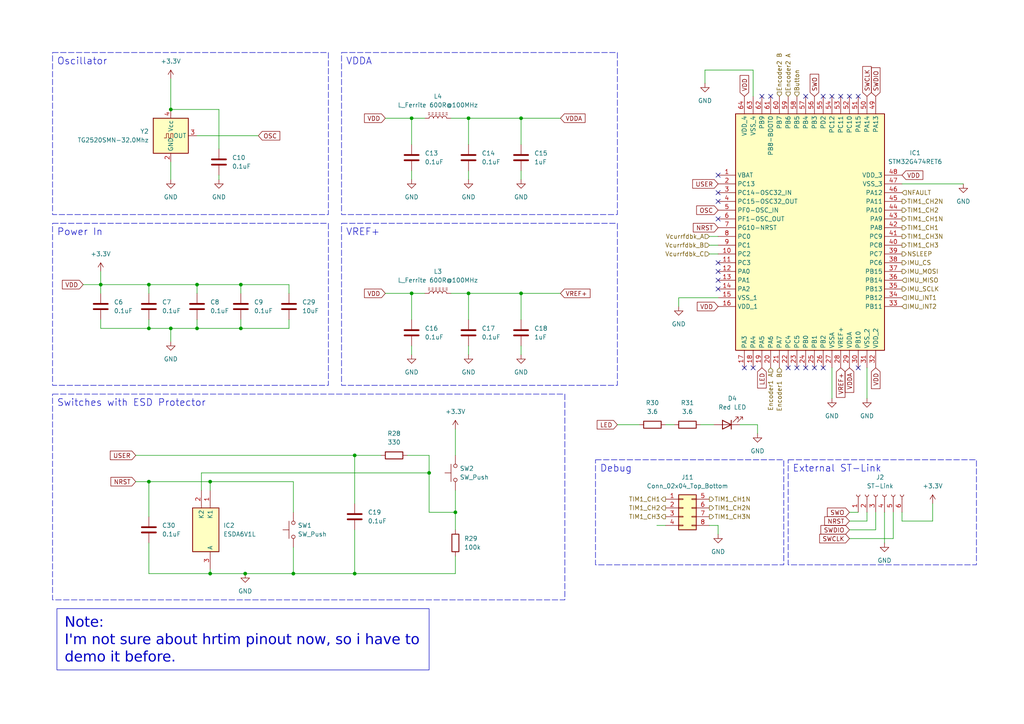
<source format=kicad_sch>
(kicad_sch (version 20250114) (generator "eeschema") (generator_version "9.0")
  (paper "A4")
  (lib_symbols
    (symbol "Connector:Conn_01x06_Socket" (pin_names (offset 1.016) (hide yes))
      (property "Reference" "J" (at 0 7.62 0))
      (property "Value" "Conn_01x06_Socket" (at 0 -10.16 0))
      (symbol "Conn_01x06_Socket_1_1"
        (polyline (pts (xy -1.27 5.08) (xy -0.508 5.08)) (stroke (width 0.1524)))
        (polyline (pts (xy -1.27 2.54) (xy -0.508 2.54)) (stroke (width 0.1524)))
        (polyline (pts (xy -1.27 0) (xy -0.508 0)) (stroke (width 0.1524)))
        (polyline (pts (xy -1.27 -2.54) (xy -0.508 -2.54)) (stroke (width 0.1524)))
        (polyline (pts (xy -1.27 -5.08) (xy -0.508 -5.08)) (stroke (width 0.1524)))
        (polyline (pts (xy -1.27 -7.62) (xy -0.508 -7.62)) (stroke (width 0.1524)))
        (arc (start 0 4.572) (mid -0.5058 5.08) (end 0 5.588) (stroke (width 0.1524)))
        (arc (start 0 2.032) (mid -0.5058 2.54) (end 0 3.048) (stroke (width 0.1524)))
        (arc (start 0 -0.508) (mid -0.5058 0) (end 0 0.508) (stroke (width 0.1524)))
        (arc (start 0 -3.048) (mid -0.5058 -2.54) (end 0 -2.032) (stroke (width 0.1524)))
        (arc (start 0 -5.588) (mid -0.5058 -5.08) (end 0 -4.572) (stroke (width 0.1524)))
        (arc (start 0 -8.128) (mid -0.5058 -7.62) (end 0 -7.112) (stroke (width 0.1524)))
        (pin passive line (at -5.08 5.08 0) (length 3.81) (name "Pin_1") (number "1"))
        (pin passive line (at -5.08 2.54 0) (length 3.81) (name "Pin_2") (number "2"))
        (pin passive line (at -5.08 0 0) (length 3.81) (name "Pin_3") (number "3"))
        (pin passive line (at -5.08 -2.54 0) (length 3.81) (name "Pin_4") (number "4"))
        (pin passive line (at -5.08 -5.08 0) (length 3.81) (name "Pin_5") (number "5"))
        (pin passive line (at -5.08 -7.62 0) (length 3.81) (name "Pin_6") (number "6"))
      )
    )
    (symbol "Connector_Generic:Conn_02x04_Top_Bottom" (pin_names (offset 1.016) (hide yes))
      (property "Reference" "J" (at 1.27 5.08 0))
      (property "Value" "Conn_02x04_Top_Bottom" (at 1.27 -7.62 0))
      (symbol "Conn_02x04_Top_Bottom_1_1"
        (rectangle (start -1.27 3.81) (end 3.81 -6.35) (stroke (width 0.254)) (fill (type background)))
        (rectangle (start -1.27 2.667) (end 0 2.413) (stroke (width 0.1524)))
        (rectangle (start -1.27 0.127) (end 0 -0.127) (stroke (width 0.1524)))
        (rectangle (start -1.27 -2.413) (end 0 -2.667) (stroke (width 0.1524)))
        (rectangle (start -1.27 -4.953) (end 0 -5.207) (stroke (width 0.1524)))
        (rectangle (start 3.81 2.667) (end 2.54 2.413) (stroke (width 0.1524)))
        (rectangle (start 3.81 0.127) (end 2.54 -0.127) (stroke (width 0.1524)))
        (rectangle (start 3.81 -2.413) (end 2.54 -2.667) (stroke (width 0.1524)))
        (rectangle (start 3.81 -4.953) (end 2.54 -5.207) (stroke (width 0.1524)))
        (pin passive line (at -5.08 2.54 0) (length 3.81) (name "Pin_1") (number "1"))
        (pin passive line (at -5.08 0 0) (length 3.81) (name "Pin_2") (number "2"))
        (pin passive line (at -5.08 -2.54 0) (length 3.81) (name "Pin_3") (number "3"))
        (pin passive line (at -5.08 -5.08 0) (length 3.81) (name "Pin_4") (number "4"))
        (pin passive line (at 7.62 2.54 180) (length 3.81) (name "Pin_5") (number "5"))
        (pin passive line (at 7.62 0 180) (length 3.81) (name "Pin_6") (number "6"))
        (pin passive line (at 7.62 -2.54 180) (length 3.81) (name "Pin_7") (number "7"))
        (pin passive line (at 7.62 -5.08 180) (length 3.81) (name "Pin_8") (number "8"))
      )
    )
    (symbol "Device:C" (pin_numbers (hide yes)) (pin_names (offset 0.254))
      (property "Reference" "C" (at 0.635 2.54 0))
      (property "Value" "C" (at 0.635 -2.54 0))
      (symbol "C_0_1"
        (polyline (pts (xy -2.032 0.762) (xy 2.032 0.762)) (stroke (width 0.508)))
        (polyline (pts (xy -2.032 -0.762) (xy 2.032 -0.762)) (stroke (width 0.508)))
      )
      (symbol "C_1_1"
        (pin passive line (at 0 3.81 270) (length 2.794) (name "~") (number "1"))
        (pin passive line (at 0 -3.81 90) (length 2.794) (name "~") (number "2"))
      )
    )
    (symbol "Device:LED" (pin_numbers (hide yes)) (pin_names (offset 1.016) (hide yes))
      (property "Reference" "D" (at 0 2.54 0))
      (property "Value" "LED" (at 0 -2.54 0))
      (symbol "LED_0_1"
        (polyline (pts (xy -3.048 -0.762) (xy -4.572 -2.286) (xy -3.81 -2.286) (xy -4.572 -2.286) (xy -4.572 -1.524)))
        (polyline (pts (xy -1.778 -0.762) (xy -3.302 -2.286) (xy -2.54 -2.286) (xy -3.302 -2.286) (xy -3.302 -1.524)))
        (polyline (pts (xy -1.27 0) (xy 1.27 0)))
        (polyline (pts (xy -1.27 -1.27) (xy -1.27 1.27)) (stroke (width 0.254)))
        (polyline (pts (xy 1.27 -1.27) (xy 1.27 1.27) (xy -1.27 0) (xy 1.27 -1.27)) (stroke (width 0.254)))
      )
      (symbol "LED_1_1"
        (pin passive line (at -3.81 0 0) (length 2.54) (name "K") (number "1"))
        (pin passive line (at 3.81 0 180) (length 2.54) (name "A") (number "2"))
      )
    )
    (symbol "Device:L_Ferrite" (pin_numbers (hide yes)) (pin_names (offset 1.016) (hide yes))
      (property "Reference" "L" (at -1.27 0 90))
      (property "Value" "L_Ferrite" (at 2.794 0 90))
      (symbol "L_Ferrite_0_1"
        (arc (start 0 2.54) (mid 0.6323 1.905) (end 0 1.27))
        (arc (start 0 1.27) (mid 0.6323 0.635) (end 0 0))
        (arc (start 0 0) (mid 0.6323 -0.635) (end 0 -1.27))
        (arc (start 0 -1.27) (mid 0.6323 -1.905) (end 0 -2.54))
        (polyline (pts (xy 1.016 2.286) (xy 1.016 2.794)))
        (polyline (pts (xy 1.016 1.27) (xy 1.016 1.778)))
        (polyline (pts (xy 1.016 0.254) (xy 1.016 0.762)))
        (polyline (pts (xy 1.016 -0.762) (xy 1.016 -0.254)))
        (polyline (pts (xy 1.016 -1.778) (xy 1.016 -1.27)))
        (polyline (pts (xy 1.016 -2.794) (xy 1.016 -2.286)))
        (polyline (pts (xy 1.524 2.794) (xy 1.524 2.286)))
        (polyline (pts (xy 1.524 1.778) (xy 1.524 1.27)))
        (polyline (pts (xy 1.524 0.762) (xy 1.524 0.254)))
        (polyline (pts (xy 1.524 -0.254) (xy 1.524 -0.762)))
        (polyline (pts (xy 1.524 -1.27) (xy 1.524 -1.778)))
        (polyline (pts (xy 1.524 -2.286) (xy 1.524 -2.794)))
      )
      (symbol "L_Ferrite_1_1"
        (pin passive line (at 0 3.81 270) (length 1.27) (name "1") (number "1"))
        (pin passive line (at 0 -3.81 90) (length 1.27) (name "2") (number "2"))
      )
    )
    (symbol "Device:R" (pin_numbers (hide yes)) (pin_names (offset 0))
      (property "Reference" "R" (at 2.032 0 90))
      (property "Value" "R" (at 0 0 90))
      (symbol "R_0_1"
        (rectangle (start -1.016 -2.54) (end 1.016 2.54) (stroke (width 0.254)))
      )
      (symbol "R_1_1"
        (pin passive line (at 0 3.81 270) (length 1.27) (name "~") (number "1"))
        (pin passive line (at 0 -3.81 90) (length 1.27) (name "~") (number "2"))
      )
    )
    (symbol "Oscillator:TG2520SMN-xx.xxxxxxMhz-xxxxNM"
      (property "Reference" "Y" (at -5.08 6.35 0))
      (property "Value" "TG2520SMN-xx.xxxxxxMhz-xxxxNM" (at 1.27 -6.35 0))
      (symbol "TG2520SMN-xx.xxxxxxMhz-xxxxNM_0_1"
        (rectangle (start -5.08 5.08) (end 5.08 -5.08) (stroke (width 0.254)) (fill (type background)))
        (polyline (pts (xy -1.905 -0.635) (xy -1.27 -0.635) (xy -1.27 0.635) (xy -0.635 0.635) (xy -0.635 -0.635) (xy 0 -0.635) (xy 0 0.635) (xy 0.635 0.635) (xy 0.635 -0.635)))
      )
      (symbol "TG2520SMN-xx.xxxxxxMhz-xxxxNM_1_1"
        (pin no_connect line (at -5.08 0 0) (length 2.54) (hide yes) (name "NC") (number "1"))
        (pin power_in line (at 0 7.62 270) (length 2.54) (name "Vcc") (number "4"))
        (pin power_in line (at 0 -7.62 90) (length 2.54) (name "GND") (number "2"))
        (pin output line (at 7.62 0 180) (length 2.54) (name "OUT") (number "3"))
      )
    )
    (symbol "SamacSys_Parts:ESDA6V1L"
      (property "Reference" "IC" (at 19.05 7.62 0))
      (property "Value" "ESDA6V1L" (at 19.05 5.08 0))
      (symbol "ESDA6V1L_1_1"
        (rectangle (start 5.08 2.54) (end 17.78 -5.08) (stroke (width 0.254)) (fill (type background)))
        (pin passive line (at 0 0 0) (length 5.08) (name "K1") (number "1"))
        (pin passive line (at 0 -2.54 0) (length 5.08) (name "K2") (number "2"))
        (pin passive line (at 22.86 0 180) (length 5.08) (name "A") (number "3"))
      )
    )
    (symbol "SamacSys_Parts:STM32G474RET6"
      (property "Reference" "IC" (at 49.53 22.86 0))
      (property "Value" "STM32G474RET6" (at 49.53 20.32 0))
      (symbol "STM32G474RET6_1_1"
        (rectangle (start 5.08 17.78) (end 48.26 -50.8) (stroke (width 0.254)) (fill (type background)))
        (pin passive line (at 0 0 0) (length 5.08) (name "VBAT") (number "1"))
        (pin passive line (at 0 -2.54 0) (length 5.08) (name "PC13") (number "2"))
        (pin passive line (at 0 -5.08 0) (length 5.08) (name "PC14-OSC32_IN") (number "3"))
        (pin passive line (at 0 -7.62 0) (length 5.08) (name "PC15-OSC32_OUT") (number "4"))
        (pin passive line (at 0 -10.16 0) (length 5.08) (name "PF0-OSC_IN") (number "5"))
        (pin passive line (at 0 -12.7 0) (length 5.08) (name "PF1-OSC_OUT") (number "6"))
        (pin passive line (at 0 -15.24 0) (length 5.08) (name "PG10-NRST") (number "7"))
        (pin passive line (at 0 -17.78 0) (length 5.08) (name "PC0") (number "8"))
        (pin passive line (at 0 -20.32 0) (length 5.08) (name "PC1") (number "9"))
        (pin passive line (at 0 -22.86 0) (length 5.08) (name "PC2") (number "10"))
        (pin passive line (at 0 -25.4 0) (length 5.08) (name "PC3") (number "11"))
        (pin passive line (at 0 -27.94 0) (length 5.08) (name "PA0") (number "12"))
        (pin passive line (at 0 -30.48 0) (length 5.08) (name "PA1") (number "13"))
        (pin passive line (at 0 -33.02 0) (length 5.08) (name "PA2") (number "14"))
        (pin passive line (at 0 -35.56 0) (length 5.08) (name "VSS_1") (number "15"))
        (pin passive line (at 0 -38.1 0) (length 5.08) (name "VDD_1") (number "16"))
        (pin passive line (at 7.62 22.86 270) (length 5.08) (name "VDD_4") (number "64"))
        (pin passive line (at 7.62 -55.88 90) (length 5.08) (name "PA3") (number "17"))
        (pin passive line (at 10.16 22.86 270) (length 5.08) (name "VSS_4") (number "63"))
        (pin passive line (at 10.16 -55.88 90) (length 5.08) (name "PA4") (number "18"))
        (pin passive line (at 12.7 22.86 270) (length 5.08) (name "PB9") (number "62"))
        (pin passive line (at 12.7 -55.88 90) (length 5.08) (name "PA5") (number "19"))
        (pin passive line (at 15.24 22.86 270) (length 5.08) (name "PB8-BOOT0") (number "61"))
        (pin passive line (at 15.24 -55.88 90) (length 5.08) (name "PA6") (number "20"))
        (pin passive line (at 17.78 22.86 270) (length 5.08) (name "PB7") (number "60"))
        (pin passive line (at 17.78 -55.88 90) (length 5.08) (name "PA7") (number "21"))
        (pin passive line (at 20.32 22.86 270) (length 5.08) (name "PB6") (number "59"))
        (pin passive line (at 20.32 -55.88 90) (length 5.08) (name "PC4") (number "22"))
        (pin passive line (at 22.86 22.86 270) (length 5.08) (name "PB5") (number "58"))
        (pin passive line (at 22.86 -55.88 90) (length 5.08) (name "PC5") (number "23"))
        (pin passive line (at 25.4 22.86 270) (length 5.08) (name "PB4") (number "57"))
        (pin passive line (at 25.4 -55.88 90) (length 5.08) (name "PB0") (number "24"))
        (pin passive line (at 27.94 22.86 270) (length 5.08) (name "PB3") (number "56"))
        (pin passive line (at 27.94 -55.88 90) (length 5.08) (name "PB1") (number "25"))
        (pin passive line (at 30.48 22.86 270) (length 5.08) (name "PD2") (number "55"))
        (pin passive line (at 30.48 -55.88 90) (length 5.08) (name "PB2") (number "26"))
        (pin passive line (at 33.02 22.86 270) (length 5.08) (name "PC12") (number "54"))
        (pin passive line (at 33.02 -55.88 90) (length 5.08) (name "VSSA") (number "27"))
        (pin passive line (at 35.56 22.86 270) (length 5.08) (name "PC11") (number "53"))
        (pin passive line (at 35.56 -55.88 90) (length 5.08) (name "VREF+") (number "28"))
        (pin passive line (at 38.1 22.86 270) (length 5.08) (name "PC10") (number "52"))
        (pin passive line (at 38.1 -55.88 90) (length 5.08) (name "VDDA") (number "29"))
        (pin passive line (at 40.64 22.86 270) (length 5.08) (name "PA15") (number "51"))
        (pin passive line (at 40.64 -55.88 90) (length 5.08) (name "PB10") (number "30"))
        (pin passive line (at 43.18 22.86 270) (length 5.08) (name "PA14") (number "50"))
        (pin passive line (at 43.18 -55.88 90) (length 5.08) (name "VSS_2") (number "31"))
        (pin passive line (at 45.72 22.86 270) (length 5.08) (name "PA13") (number "49"))
        (pin passive line (at 45.72 -55.88 90) (length 5.08) (name "VDD_2") (number "32"))
        (pin passive line (at 53.34 0 180) (length 5.08) (name "VDD_3") (number "48"))
        (pin passive line (at 53.34 -2.54 180) (length 5.08) (name "VSS_3") (number "47"))
        (pin passive line (at 53.34 -5.08 180) (length 5.08) (name "PA12") (number "46"))
        (pin passive line (at 53.34 -7.62 180) (length 5.08) (name "PA11") (number "45"))
        (pin passive line (at 53.34 -10.16 180) (length 5.08) (name "PA10") (number "44"))
        (pin passive line (at 53.34 -12.7 180) (length 5.08) (name "PA9") (number "43"))
        (pin passive line (at 53.34 -15.24 180) (length 5.08) (name "PA8") (number "42"))
        (pin passive line (at 53.34 -17.78 180) (length 5.08) (name "PC9") (number "41"))
        (pin passive line (at 53.34 -20.32 180) (length 5.08) (name "PC8") (number "40"))
        (pin passive line (at 53.34 -22.86 180) (length 5.08) (name "PC7") (number "39"))
        (pin passive line (at 53.34 -25.4 180) (length 5.08) (name "PC6") (number "38"))
        (pin passive line (at 53.34 -27.94 180) (length 5.08) (name "PB15") (number "37"))
        (pin passive line (at 53.34 -30.48 180) (length 5.08) (name "PB14") (number "36"))
        (pin passive line (at 53.34 -33.02 180) (length 5.08) (name "PB13") (number "35"))
        (pin passive line (at 53.34 -35.56 180) (length 5.08) (name "PB12") (number "34"))
        (pin passive line (at 53.34 -38.1 180) (length 5.08) (name "PB11") (number "33"))
      )
    )
    (symbol "Switch:SW_Push" (pin_numbers (hide yes)) (pin_names (offset 1.016) (hide yes))
      (property "Reference" "SW" (at 1.27 2.54 0))
      (property "Value" "SW_Push" (at 0 -1.524 0))
      (symbol "SW_Push_0_1"
        (circle (center -2.032 0) (radius 0.508))
        (polyline (pts (xy 0 1.27) (xy 0 3.048)))
        (circle (center 2.032 0) (radius 0.508))
        (polyline (pts (xy 2.54 1.27) (xy -2.54 1.27)))
        (pin passive line (at -5.08 0 0) (length 2.54) (name "1") (number "1"))
        (pin passive line (at 5.08 0 180) (length 2.54) (name "2") (number "2"))
      )
    )
    (symbol "power:+3.3V" (power) (pin_names (offset 0))
      (property "Value" "+3.3V" (at 0 3.556 0))
      (symbol "+3.3V_0_1"
        (polyline (pts (xy -0.762 1.27) (xy 0 2.54)))
        (polyline (pts (xy 0 2.54) (xy 0.762 1.27)))
        (polyline (pts (xy 0 0) (xy 0 2.54)))
      )
      (symbol "+3.3V_1_1"
        (pin power_in line (at 0 0 90) (length 0) (hide yes) (name "+3.3V") (number "1"))
      )
    )
    (symbol "power:GND" (power) (pin_names (offset 0))
      (property "Value" "GND" (at 0 -3.81 0))
      (symbol "GND_0_1"
        (polyline (pts (xy 0 0) (xy 0 -1.27) (xy 1.27 -1.27) (xy 0 -2.54) (xy -1.27 -1.27) (xy 0 -1.27)))
      )
      (symbol "GND_1_1"
        (pin power_in line (at 0 0 270) (length 0) (hide yes) (name "GND") (number "1"))
      )
    )
  )
  (rectangle (start 172.72 133.35) (end 227.33 163.83) (stroke (width 0) (type dash)))
  (rectangle (start 228.6 133.35) (end 283.21 163.83) (stroke (width 0) (type dash)))
  (rectangle (start 15.24 114.3) (end 163.83 173.99) (stroke (width 0) (type dash)))
  (rectangle (start 99.06 15.24) (end 179.07 62.23) (stroke (width 0) (type dash)))
  (rectangle (start 15.24 15.24) (end 95.25 62.23) (stroke (width 0) (type dash)))
  (rectangle (start 99.06 64.77) (end 179.07 111.76) (stroke (width 0) (type dash)))
  (rectangle (start 15.24 64.77) (end 95.25 111.76) (stroke (width 0) (type dash)))
  (text "External ST-Link" (at 229.87 137.16 0) (effects (font (size 2 2)) (justify left bottom)))
  (text "Debug" (at 173.99 137.16 0) (effects (font (size 2 2)) (justify left bottom)))
  (text "Oscillator" (at 16.51 19.05 0) (effects (font (size 2 2)) (justify left bottom)))
  (text "VREF+" (at 100.33 68.58 0) (effects (font (size 2 2)) (justify left bottom)))
  (text "Power In" (at 16.51 68.58 0) (effects (font (size 2 2)) (justify left bottom)))
  (text "Switches with ESD Protector" (at 16.51 118.11 0) (effects (font (size 2 2)) (justify left bottom)))
  (text "VDDA" (at 100.33 19.05 0) (effects (font (size 2 2)) (justify left bottom)))
  (text_box "Note:\nI'm not sure about hrtim pinout now, so i have to demo it before.\n" (at 16.51 176.53 0) (size 107.95 17.78) (margins 2.25 2.25 2.25 2.25) (effects (font (size 3 3)) (justify left top)))
  (junction (at 29.21 82.55))
  (junction (at 60.96 139.7))
  (junction (at 43.18 139.7))
  (junction (at 135.89 34.29))
  (junction (at 135.89 85.09))
  (junction (at 124.46 137.16))
  (junction (at 69.85 95.25))
  (junction (at 43.18 82.55))
  (junction (at 57.15 82.55))
  (junction (at 49.53 31.75))
  (junction (at 43.18 95.25))
  (junction (at 71.12 166.37))
  (junction (at 57.15 95.25))
  (junction (at 119.38 34.29))
  (junction (at 132.08 148.59))
  (junction (at 49.53 95.25))
  (junction (at 102.87 166.37))
  (junction (at 60.96 166.37))
  (junction (at 102.87 132.08))
  (junction (at 69.85 82.55))
  (junction (at 151.13 34.29))
  (junction (at 119.38 85.09))
  (junction (at 85.09 166.37))
  (junction (at 151.13 85.09))
  (no_connect (at 248.92 27.94))
  (no_connect (at 208.28 58.42))
  (no_connect (at 248.92 106.68))
  (no_connect (at 246.38 27.94))
  (no_connect (at 220.98 27.94))
  (no_connect (at 236.22 106.68))
  (no_connect (at 208.28 78.74))
  (no_connect (at 208.28 63.5))
  (no_connect (at 233.68 27.94))
  (no_connect (at 241.3 27.94))
  (no_connect (at 215.9 106.68))
  (no_connect (at 208.28 50.8))
  (no_connect (at 233.68 106.68))
  (no_connect (at 231.14 106.68))
  (no_connect (at 208.28 55.88))
  (no_connect (at 208.28 83.82))
  (no_connect (at 208.28 76.2))
  (no_connect (at 243.84 27.94))
  (no_connect (at 238.76 106.68))
  (no_connect (at 208.28 81.28))
  (no_connect (at 238.76 27.94))
  (no_connect (at 228.6 106.68))
  (no_connect (at 223.52 27.94))
  (no_connect (at 218.44 106.68))
  (wire (pts (xy 29.21 82.55) (xy 29.21 85.09)))
  (wire (pts (xy 135.89 34.29) (xy 135.89 41.91)))
  (wire (pts (xy 43.18 82.55) (xy 57.15 82.55)))
  (wire (pts (xy 29.21 95.25) (xy 43.18 95.25)))
  (wire (pts (xy 71.12 166.37) (xy 85.09 166.37)))
  (wire (pts (xy 60.96 165.1) (xy 60.96 166.37)))
  (wire (pts (xy 60.96 139.7) (xy 60.96 142.24)))
  (wire (pts (xy 246.38 148.59) (xy 248.92 148.59)))
  (wire (pts (xy 135.89 85.09) (xy 151.13 85.09)))
  (wire (pts (xy 246.38 153.67) (xy 254 153.67)))
  (wire (pts (xy 204.47 20.32) (xy 218.44 20.32)))
  (wire (pts (xy 132.08 148.59) (xy 132.08 153.67)))
  (wire (pts (xy 57.15 92.71) (xy 57.15 95.25)))
  (wire (pts (xy 196.85 86.36) (xy 196.85 88.9)))
  (wire (pts (xy 251.46 106.68) (xy 251.46 115.57)))
  (wire (pts (xy 43.18 82.55) (xy 43.18 85.09)))
  (wire (pts (xy 69.85 95.25) (xy 83.82 95.25)))
  (wire (pts (xy 39.37 132.08) (xy 102.87 132.08)))
  (wire (pts (xy 135.89 85.09) (xy 135.89 92.71)))
  (wire (pts (xy 124.46 148.59) (xy 132.08 148.59)))
  (wire (pts (xy 43.18 157.48) (xy 43.18 166.37)))
  (wire (pts (xy 85.09 139.7) (xy 85.09 148.59)))
  (wire (pts (xy 151.13 85.09) (xy 162.56 85.09)))
  (wire (pts (xy 241.3 106.68) (xy 241.3 115.57)))
  (wire (pts (xy 63.5 31.75) (xy 63.5 43.18)))
  (wire (pts (xy 43.18 139.7) (xy 43.18 149.86)))
  (wire (pts (xy 190.5 152.4) (xy 193.04 152.4)))
  (wire (pts (xy 193.04 123.19) (xy 195.58 123.19)))
  (wire (pts (xy 58.42 142.24) (xy 58.42 137.16)))
  (wire (pts (xy 85.09 166.37) (xy 102.87 166.37)))
  (wire (pts (xy 111.76 34.29) (xy 119.38 34.29)))
  (wire (pts (xy 261.62 151.13) (xy 270.51 151.13)))
  (wire (pts (xy 69.85 82.55) (xy 83.82 82.55)))
  (wire (pts (xy 119.38 100.33) (xy 119.38 102.87)))
  (wire (pts (xy 259.08 156.21) (xy 259.08 148.59)))
  (wire (pts (xy 208.28 152.4) (xy 205.74 152.4)))
  (wire (pts (xy 49.53 31.75) (xy 63.5 31.75)))
  (wire (pts (xy 219.71 123.19) (xy 219.71 125.73)))
  (wire (pts (xy 39.37 139.7) (xy 43.18 139.7)))
  (wire (pts (xy 49.53 95.25) (xy 49.53 99.06)))
  (wire (pts (xy 49.53 46.99) (xy 49.53 52.07)))
  (wire (pts (xy 24.13 82.55) (xy 29.21 82.55)))
  (wire (pts (xy 246.38 156.21) (xy 259.08 156.21)))
  (wire (pts (xy 256.54 148.59) (xy 256.54 157.48)))
  (wire (pts (xy 151.13 34.29) (xy 162.56 34.29)))
  (wire (pts (xy 102.87 132.08) (xy 102.87 146.05)))
  (wire (pts (xy 135.89 34.29) (xy 151.13 34.29)))
  (wire (pts (xy 124.46 137.16) (xy 124.46 132.08)))
  (wire (pts (xy 132.08 161.29) (xy 132.08 166.37)))
  (wire (pts (xy 132.08 124.46) (xy 132.08 132.08)))
  (wire (pts (xy 58.42 137.16) (xy 124.46 137.16)))
  (wire (pts (xy 83.82 92.71) (xy 83.82 95.25)))
  (wire (pts (xy 111.76 85.09) (xy 119.38 85.09)))
  (wire (pts (xy 151.13 49.53) (xy 151.13 52.07)))
  (wire (pts (xy 270.51 151.13) (xy 270.51 146.05)))
  (wire (pts (xy 205.74 73.66) (xy 208.28 73.66)))
  (wire (pts (xy 246.38 151.13) (xy 251.46 151.13)))
  (wire (pts (xy 254 153.67) (xy 254 148.59)))
  (wire (pts (xy 130.81 85.09) (xy 135.89 85.09)))
  (wire (pts (xy 130.81 34.29) (xy 135.89 34.29)))
  (wire (pts (xy 71.12 166.37) (xy 60.96 166.37)))
  (wire (pts (xy 208.28 154.94) (xy 208.28 152.4)))
  (wire (pts (xy 83.82 82.55) (xy 83.82 85.09)))
  (wire (pts (xy 214.63 123.19) (xy 219.71 123.19)))
  (wire (pts (xy 57.15 82.55) (xy 69.85 82.55)))
  (wire (pts (xy 204.47 24.13) (xy 204.47 20.32)))
  (wire (pts (xy 102.87 153.67) (xy 102.87 166.37)))
  (wire (pts (xy 135.89 100.33) (xy 135.89 102.87)))
  (wire (pts (xy 69.85 92.71) (xy 69.85 95.25)))
  (wire (pts (xy 208.28 86.36) (xy 196.85 86.36)))
  (wire (pts (xy 102.87 132.08) (xy 110.49 132.08)))
  (wire (pts (xy 49.53 95.25) (xy 57.15 95.25)))
  (wire (pts (xy 119.38 34.29) (xy 119.38 41.91)))
  (wire (pts (xy 118.11 132.08) (xy 124.46 132.08)))
  (wire (pts (xy 60.96 166.37) (xy 43.18 166.37)))
  (wire (pts (xy 102.87 166.37) (xy 132.08 166.37)))
  (wire (pts (xy 43.18 95.25) (xy 49.53 95.25)))
  (wire (pts (xy 29.21 78.74) (xy 29.21 82.55)))
  (wire (pts (xy 132.08 142.24) (xy 132.08 148.59)))
  (wire (pts (xy 57.15 39.37) (xy 74.93 39.37)))
  (wire (pts (xy 251.46 151.13) (xy 251.46 148.59)))
  (wire (pts (xy 29.21 82.55) (xy 43.18 82.55)))
  (wire (pts (xy 119.38 34.29) (xy 123.19 34.29)))
  (wire (pts (xy 63.5 50.8) (xy 63.5 52.07)))
  (wire (pts (xy 119.38 85.09) (xy 119.38 92.71)))
  (wire (pts (xy 151.13 34.29) (xy 151.13 41.91)))
  (wire (pts (xy 29.21 92.71) (xy 29.21 95.25)))
  (wire (pts (xy 205.74 68.58) (xy 208.28 68.58)))
  (wire (pts (xy 179.07 123.19) (xy 185.42 123.19)))
  (wire (pts (xy 261.62 148.59) (xy 261.62 151.13)))
  (wire (pts (xy 151.13 85.09) (xy 151.13 92.71)))
  (wire (pts (xy 43.18 139.7) (xy 60.96 139.7)))
  (wire (pts (xy 119.38 85.09) (xy 123.19 85.09)))
  (wire (pts (xy 43.18 92.71) (xy 43.18 95.25)))
  (wire (pts (xy 151.13 100.33) (xy 151.13 102.87)))
  (wire (pts (xy 49.53 22.86) (xy 49.53 31.75)))
  (wire (pts (xy 60.96 139.7) (xy 85.09 139.7)))
  (wire (pts (xy 69.85 82.55) (xy 69.85 85.09)))
  (wire (pts (xy 85.09 158.75) (xy 85.09 166.37)))
  (wire (pts (xy 57.15 95.25) (xy 69.85 95.25)))
  (wire (pts (xy 205.74 71.12) (xy 208.28 71.12)))
  (wire (pts (xy 57.15 82.55) (xy 57.15 85.09)))
  (wire (pts (xy 203.2 123.19) (xy 207.01 123.19)))
  (wire (pts (xy 124.46 137.16) (xy 124.46 148.59)))
  (wire (pts (xy 218.44 20.32) (xy 218.44 27.94)))
  (wire (pts (xy 119.38 49.53) (xy 119.38 52.07)))
  (wire (pts (xy 135.89 49.53) (xy 135.89 52.07)))
  (wire (pts (xy 261.62 53.34) (xy 279.4 53.34)))
  (global_label "SWO" (shape input) (at 236.22 27.94 90) (property "Intersheetrefs" "${INTERSHEET_REFS}" (effects (hide yes))))
  (global_label "VDD" (shape input) (at 111.76 34.29 180) (property "Intersheetrefs" "${INTERSHEET_REFS}" (effects (hide yes))))
  (global_label "SWO" (shape input) (at 246.38 148.59 180) (property "Intersheetrefs" "${INTERSHEET_REFS}" (effects (hide yes))))
  (global_label "VREF+" (shape input) (at 243.84 106.68 270) (property "Intersheetrefs" "${INTERSHEET_REFS}" (effects (hide yes))))
  (global_label "VDDA" (shape input) (at 162.56 34.29 0) (property "Intersheetrefs" "${INTERSHEET_REFS}" (effects (hide yes))))
  (global_label "VREF+" (shape input) (at 162.56 85.09 0) (property "Intersheetrefs" "${INTERSHEET_REFS}" (effects (hide yes))))
  (global_label "VDD" (shape input) (at 261.62 50.8 0) (property "Intersheetrefs" "${INTERSHEET_REFS}" (effects (hide yes))))
  (global_label "VDD" (shape input) (at 24.13 82.55 180) (property "Intersheetrefs" "${INTERSHEET_REFS}" (effects (hide yes))))
  (global_label "SWDIO" (shape input) (at 246.38 153.67 180) (property "Intersheetrefs" "${INTERSHEET_REFS}" (effects (hide yes))))
  (global_label "NRST" (shape input) (at 39.37 139.7 180) (property "Intersheetrefs" "${INTERSHEET_REFS}" (effects (hide yes))))
  (global_label "LED" (shape input) (at 179.07 123.19 180) (property "Intersheetrefs" "${INTERSHEET_REFS}" (effects (hide yes))))
  (global_label "SWDIO" (shape input) (at 254 27.94 90) (property "Intersheetrefs" "${INTERSHEET_REFS}" (effects (hide yes))))
  (global_label "VDD" (shape input) (at 208.28 88.9 180) (property "Intersheetrefs" "${INTERSHEET_REFS}" (effects (hide yes))))
  (global_label "LED" (shape input) (at 220.98 106.68 270) (property "Intersheetrefs" "${INTERSHEET_REFS}" (effects (hide yes))))
  (global_label "VDD" (shape input) (at 254 106.68 270) (property "Intersheetrefs" "${INTERSHEET_REFS}" (effects (hide yes))))
  (global_label "USER" (shape input) (at 39.37 132.08 180) (property "Intersheetrefs" "${INTERSHEET_REFS}" (effects (hide yes))))
  (global_label "OSC" (shape input) (at 208.28 60.96 180) (property "Intersheetrefs" "${INTERSHEET_REFS}" (effects (hide yes))))
  (global_label "VDD" (shape input) (at 215.9 27.94 90) (property "Intersheetrefs" "${INTERSHEET_REFS}" (effects (hide yes))))
  (global_label "OSC" (shape input) (at 74.93 39.37 0) (property "Intersheetrefs" "${INTERSHEET_REFS}" (effects (hide yes))))
  (global_label "SWCLK" (shape input) (at 251.46 27.94 90) (property "Intersheetrefs" "${INTERSHEET_REFS}" (effects (hide yes))))
  (global_label "USER" (shape input) (at 208.28 53.34 180) (property "Intersheetrefs" "${INTERSHEET_REFS}" (effects (hide yes))))
  (global_label "VDDA" (shape input) (at 246.38 106.68 270) (property "Intersheetrefs" "${INTERSHEET_REFS}" (effects (hide yes))))
  (global_label "VDD" (shape input) (at 111.76 85.09 180) (property "Intersheetrefs" "${INTERSHEET_REFS}" (effects (hide yes))))
  (global_label "SWCLK" (shape input) (at 246.38 156.21 180) (property "Intersheetrefs" "${INTERSHEET_REFS}" (effects (hide yes))))
  (global_label "NRST" (shape input) (at 208.28 66.04 180) (property "Intersheetrefs" "${INTERSHEET_REFS}" (effects (hide yes))))
  (global_label "NRST" (shape input) (at 246.38 151.13 180) (property "Intersheetrefs" "${INTERSHEET_REFS}" (effects (hide yes))))
  (hierarchical_label "TIM1_CH1" (shape output) (at 261.62 66.04 0))
  (hierarchical_label "TIM1_CH3" (shape output) (at 193.04 149.86 180))
  (hierarchical_label "Vcurrfdbk_B" (shape input) (at 205.74 71.12 180))
  (hierarchical_label "IMU_CS" (shape output) (at 261.62 76.2 0))
  (hierarchical_label "Encoder2 B" (shape input) (at 226.06 27.94 90))
  (hierarchical_label "TIM1_CH3N" (shape output) (at 261.62 68.58 0))
  (hierarchical_label "IMU_MOSI" (shape output) (at 261.62 78.74 0))
  (hierarchical_label "TIM1_CH3N" (shape output) (at 205.74 149.86 0))
  (hierarchical_label "TIM1_CH2N" (shape output) (at 261.62 58.42 0))
  (hierarchical_label "IMU_INT2" (shape input) (at 261.62 88.9 0))
  (hierarchical_label "IMU_MISO" (shape input) (at 261.62 81.28 0))
  (hierarchical_label "TIM1_CH1" (shape output) (at 193.04 144.78 180))
  (hierarchical_label "IMU_SCLK" (shape output) (at 261.62 83.82 0))
  (hierarchical_label "TIM1_CH1N" (shape output) (at 205.74 144.78 0))
  (hierarchical_label "NFAULT" (shape input) (at 261.62 55.88 0))
  (hierarchical_label "IMU_INT1" (shape input) (at 261.62 86.36 0))
  (hierarchical_label "Vcurrfdbk_A" (shape input) (at 205.74 68.58 180))
  (hierarchical_label "Vcurrfdbk_C" (shape input) (at 205.74 73.66 180))
  (hierarchical_label "Encoder1 A" (shape input) (at 223.52 106.68 270))
  (hierarchical_label "TIM1_CH1N" (shape output) (at 261.62 63.5 0))
  (hierarchical_label "NSLEEP" (shape output) (at 261.62 73.66 0))
  (hierarchical_label "TIM1_CH3" (shape output) (at 261.62 71.12 0))
  (hierarchical_label "Encoder1 B" (shape input) (at 226.06 106.68 270))
  (hierarchical_label "TIM1_CH2" (shape output) (at 261.62 60.96 0))
  (hierarchical_label "Button" (shape input) (at 231.14 27.94 90))
  (hierarchical_label "TIM1_CH2" (shape output) (at 193.04 147.32 180))
  (hierarchical_label "TIM1_CH2N" (shape output) (at 205.74 147.32 0))
  (hierarchical_label "Encoder2 A" (shape input) (at 228.6 27.94 90))
  (symbol (lib_id "Device:C") (at 43.18 88.9 180) (unit 1)
    (property "Reference" "C7" (at 46.99 87.6299 0) (effects (justify right)))
    (property "Value" "0.1uF" (at 46.99 90.1699 0) (effects (justify right)))
    (property "Footprint" "Capacitor_SMD:C_0805_2012Metric_Pad1.18x1.45mm_HandSolder" (effects (hide yes)))
    (property "Description" "Unpolarized capacitor" (effects (hide yes)))
  )
  (symbol (lib_id "Device:R") (at 189.23 123.19 90) (unit 1)
    (property "Reference" "R30" (at 189.23 116.84 90))
    (property "Value" "3.6" (at 189.23 119.38 90))
    (property "Footprint" "LED_SMD:LED_0805_2012Metric_Pad1.15x1.40mm_HandSolder" (effects (hide yes)))
    (property "Description" "Resistor" (effects (hide yes)))
  )
  (symbol (lib_id "Connector:Conn_01x06_Socket") (at 254 143.51 90) (unit 1)
    (property "Reference" "J2" (at 255.27 138.43 90))
    (property "Value" "ST-Link" (at 255.27 140.97 90))
    (property "Footprint" "Connector_JST:JST_EH_B6B-EH-A_1x06_P2.50mm_Vertical" (effects (hide yes)))
  )
  (symbol (lib_id "power:GND") (at 49.53 52.07 0) (unit 1)
    (property "Reference" "#PWR09" (effects (hide yes)))
    (property "Value" "GND" (at 49.53 57.15 0))
  )
  (symbol (lib_id "power:GND") (at 279.4 53.34 0) (unit 1)
    (property "Reference" "#PWR058" (effects (hide yes)))
    (property "Value" "GND" (at 279.4 58.42 0))
  )
  (symbol (lib_id "power:GND") (at 49.53 99.06 0) (unit 1)
    (property "Reference" "#PWR04" (effects (hide yes)))
    (property "Value" "GND" (at 49.53 104.14 0))
  )
  (symbol (lib_id "Device:C") (at 69.85 88.9 180) (unit 1)
    (property "Reference" "C9" (at 73.66 87.6299 0) (effects (justify right)))
    (property "Value" "0.1uF" (at 73.66 90.1699 0) (effects (justify right)))
    (property "Footprint" "Capacitor_SMD:C_0805_2012Metric_Pad1.18x1.45mm_HandSolder" (effects (hide yes)))
    (property "Description" "Unpolarized capacitor" (effects (hide yes)))
  )
  (symbol (lib_id "power:GND") (at 256.54 157.48 0) (unit 1)
    (property "Reference" "#PWR028" (effects (hide yes)))
    (property "Value" "GND" (at 256.54 162.56 0))
  )
  (symbol (lib_id "Device:C") (at 151.13 96.52 0) (unit 1)
    (property "Reference" "C18" (at 154.94 95.2499 0) (effects (justify left)))
    (property "Value" "1uF" (at 154.94 97.7899 0) (effects (justify left)))
    (property "Footprint" "Capacitor_SMD:C_0805_2012Metric_Pad1.18x1.45mm_HandSolder" (effects (hide yes)))
    (property "Description" "Unpolarized capacitor" (effects (hide yes)))
  )
  (symbol (lib_id "Device:R") (at 132.08 157.48 180) (unit 1)
    (property "Reference" "R29" (at 134.62 156.2099 0) (effects (justify right)))
    (property "Value" "100k" (at 134.62 158.7499 0) (effects (justify right)))
    (property "Footprint" "LED_SMD:LED_0805_2012Metric_Pad1.15x1.40mm_HandSolder" (effects (hide yes)))
    (property "Description" "Resistor" (effects (hide yes)))
  )
  (symbol (lib_id "Device:R") (at 199.39 123.19 90) (unit 1)
    (property "Reference" "R31" (at 199.39 116.84 90))
    (property "Value" "3.6" (at 199.39 119.38 90))
    (property "Footprint" "LED_SMD:LED_0805_2012Metric_Pad1.15x1.40mm_HandSolder" (effects (hide yes)))
    (property "Description" "Resistor" (effects (hide yes)))
  )
  (symbol (lib_id "power:GND") (at 151.13 102.87 0) (unit 1)
    (property "Reference" "#PWR018" (effects (hide yes)))
    (property "Value" "GND" (at 151.13 107.95 0))
  )
  (symbol (lib_id "power:+3.3V") (at 49.53 22.86 0) (unit 1)
    (property "Reference" "#PWR010" (effects (hide yes)))
    (property "Value" "+3.3V" (at 49.53 17.78 0))
  )
  (symbol (lib_id "Device:R") (at 114.3 132.08 90) (unit 1)
    (property "Reference" "R28" (at 114.3 125.73 90))
    (property "Value" "330" (at 114.3 128.27 90))
    (property "Footprint" "LED_SMD:LED_0805_2012Metric_Pad1.15x1.40mm_HandSolder" (effects (hide yes)))
    (property "Description" "Resistor" (effects (hide yes)))
  )
  (symbol (lib_id "Oscillator:TG2520SMN-xx.xxxxxxMhz-xxxxNM") (at 49.53 39.37 0) (unit 1)
    (property "Reference" "Y2" (at 43.18 38.0999 0) (effects (justify right)))
    (property "Value" "TG2520SMN-32.0Mhz" (at 43.18 40.6399 0) (effects (justify right)))
    (property "Footprint" "Oscillator:Oscillator_SMD_SeikoEpson_TG2520SMN-xxx-xxxxxx-4Pin_2.5x2.0mm" (effects (hide yes)))
    (property "Datasheet" "https://support.epson.biz/td/api/doc_check.php?dl=app_TG2520SMN&lang=en" (effects (hide yes)))
    (property "Description" "Crystal Oscillator Low Profile / High Stability TCXO" (effects (hide yes)))
  )
  (symbol (lib_id "power:GND") (at 135.89 102.87 0) (unit 1)
    (property "Reference" "#PWR017" (effects (hide yes)))
    (property "Value" "GND" (at 135.89 107.95 0))
  )
  (symbol (lib_id "power:GND") (at 135.89 52.07 0) (unit 1)
    (property "Reference" "#PWR014" (effects (hide yes)))
    (property "Value" "GND" (at 135.89 57.15 0))
  )
  (symbol (lib_id "Device:C") (at 29.21 88.9 180) (unit 1)
    (property "Reference" "C6" (at 33.02 87.6299 0) (effects (justify right)))
    (property "Value" "0.1uF" (at 33.02 90.1699 0) (effects (justify right)))
    (property "Footprint" "Capacitor_SMD:C_0805_2012Metric_Pad1.18x1.45mm_HandSolder" (effects (hide yes)))
    (property "Description" "Unpolarized capacitor" (effects (hide yes)))
  )
  (symbol (lib_id "SamacSys_Parts:ESDA6V1L") (at 60.96 142.24 270) (unit 1)
    (property "Reference" "IC2" (at 64.77 152.3999 90) (effects (justify left)))
    (property "Value" "ESDA6V1L" (at 64.77 154.9399 90) (effects (justify left)))
    (property "Footprint" "SamacSys_Parts:SOT105P242X150-3N" (effects (hide yes)))
    (property "Datasheet" "http://www.st.com/web/en/resource/technical/document/datasheet/CD00002057.pdf" (effects (hide yes)))
    (property "Height" "1.5" (effects (hide yes)))
    (property "Mouser Part Number" "511-ESDA6V1L" (effects (hide yes)))
    (property "Mouser Price/Stock" "https://www.mouser.co.uk/ProductDetail/STMicroelectronics/ESDA6V1L?qs=EYQuxaDwR7%252BaNd55azzc7g%3D%3D" (effects (hide yes)))
    (property "Manufacturer_Name" "STMicroelectronics" (effects (hide yes)))
    (property "Manufacturer_Part_Number" "ESDA6V1L" (effects (hide yes)))
  )
  (symbol (lib_id "Device:C") (at 119.38 96.52 0) (unit 1)
    (property "Reference" "C16" (at 123.19 95.2499 0) (effects (justify left)))
    (property "Value" "0.1uF" (at 123.19 97.7899 0) (effects (justify left)))
    (property "Footprint" "Capacitor_SMD:C_0805_2012Metric_Pad1.18x1.45mm_HandSolder" (effects (hide yes)))
    (property "Description" "Unpolarized capacitor" (effects (hide yes)))
  )
  (symbol (lib_id "power:GND") (at 251.46 115.57 0) (unit 1)
    (property "Reference" "#PWR06" (effects (hide yes)))
    (property "Value" "GND" (at 251.46 120.65 0))
  )
  (symbol (lib_id "Device:C") (at 119.38 45.72 0) (unit 1)
    (property "Reference" "C13" (at 123.19 44.4499 0) (effects (justify left)))
    (property "Value" "0.1uF" (at 123.19 46.9899 0) (effects (justify left)))
    (property "Footprint" "Capacitor_SMD:C_0805_2012Metric_Pad1.18x1.45mm_HandSolder" (effects (hide yes)))
    (property "Description" "Unpolarized capacitor" (effects (hide yes)))
  )
  (symbol (lib_id "Device:C") (at 102.87 149.86 0) (unit 1)
    (property "Reference" "C19" (at 106.68 148.5899 0) (effects (justify left)))
    (property "Value" "0.1uF" (at 106.68 151.1299 0) (effects (justify left)))
    (property "Footprint" "Capacitor_SMD:C_0805_2012Metric_Pad1.18x1.45mm_HandSolder" (effects (hide yes)))
    (property "Description" "Unpolarized capacitor" (effects (hide yes)))
  )
  (symbol (lib_id "Switch:SW_Push") (at 132.08 137.16 90) (unit 1)
    (property "Reference" "SW2" (at 133.35 135.8899 90) (effects (justify right)))
    (property "Value" "SW_Push" (at 133.35 138.4299 90) (effects (justify right)))
    (property "Footprint" "Button_Switch_SMD:SW_Tactile_SPST_NO_Straight_CK_PTS636Sx25SMTRLFS" (effects (hide yes)))
    (property "Description" "Push button switch, generic, two pins" (effects (hide yes)))
  )
  (symbol (lib_id "Device:L_Ferrite") (at 127 34.29 90) (unit 1)
    (property "Reference" "L4" (at 127 27.94 90))
    (property "Value" "L_Ferrite 600R@100MHz" (at 127 30.48 90))
    (property "Footprint" "Resistor_SMD:R_0603_1608Metric_Pad0.98x0.95mm_HandSolder" (effects (hide yes)))
    (property "Description" "Inductor with ferrite core" (effects (hide yes)))
  )
  (symbol (lib_id "power:GND") (at 208.28 154.94 0) (unit 1)
    (property "Reference" "#PWR027" (effects (hide yes)))
    (property "Value" "GND" (at 208.28 160.02 0))
  )
  (symbol (lib_id "Device:L_Ferrite") (at 127 85.09 90) (unit 1)
    (property "Reference" "L3" (at 127 78.74 90))
    (property "Value" "L_Ferrite 600R@100MHz" (at 127 81.28 90))
    (property "Footprint" "Resistor_SMD:R_0603_1608Metric_Pad0.98x0.95mm_HandSolder" (effects (hide yes)))
    (property "Description" "Inductor with ferrite core" (effects (hide yes)))
  )
  (symbol (lib_id "power:GND") (at 241.3 115.57 0) (unit 1)
    (property "Reference" "#PWR055" (effects (hide yes)))
    (property "Value" "GND" (at 241.3 120.65 0))
  )
  (symbol (lib_id "Device:LED") (at 210.82 123.19 180) (unit 1)
    (property "Reference" "D4" (at 212.4075 115.57 0))
    (property "Value" "Red LED" (at 212.4075 118.11 0))
    (property "Footprint" "LED_SMD:LED_0805_2012Metric" (effects (hide yes)))
    (property "Description" "Light emitting diode" (effects (hide yes)))
    (property "Sim.Pins" "1=K 2=A" (effects (hide yes)))
  )
  (symbol (lib_id "Device:C") (at 83.82 88.9 180) (unit 1)
    (property "Reference" "C29" (at 87.63 87.6299 0) (effects (justify right)))
    (property "Value" "10uF" (at 87.63 90.1699 0) (effects (justify right)))
    (property "Footprint" "Capacitor_SMD:C_0805_2012Metric_Pad1.18x1.45mm_HandSolder" (effects (hide yes)))
    (property "Description" "Unpolarized capacitor" (effects (hide yes)))
  )
  (symbol (lib_id "Device:C") (at 63.5 46.99 0) (unit 1)
    (property "Reference" "C10" (at 67.31 45.7199 0) (effects (justify left)))
    (property "Value" "0.1uF" (at 67.31 48.2599 0) (effects (justify left)))
    (property "Footprint" "Capacitor_SMD:C_0805_2012Metric_Pad1.18x1.45mm_HandSolder" (effects (hide yes)))
    (property "Description" "Unpolarized capacitor" (effects (hide yes)))
  )
  (symbol (lib_id "Device:C") (at 135.89 45.72 0) (unit 1)
    (property "Reference" "C14" (at 139.7 44.4499 0) (effects (justify left)))
    (property "Value" "0.1uF" (at 139.7 46.9899 0) (effects (justify left)))
    (property "Footprint" "Capacitor_SMD:C_0805_2012Metric_Pad1.18x1.45mm_HandSolder" (effects (hide yes)))
    (property "Description" "Unpolarized capacitor" (effects (hide yes)))
  )
  (symbol (lib_id "Device:C") (at 135.89 96.52 0) (unit 1)
    (property "Reference" "C17" (at 139.7 95.2499 0) (effects (justify left)))
    (property "Value" "0.1uF" (at 139.7 97.7899 0) (effects (justify left)))
    (property "Footprint" "Capacitor_SMD:C_0805_2012Metric_Pad1.18x1.45mm_HandSolder" (effects (hide yes)))
    (property "Description" "Unpolarized capacitor" (effects (hide yes)))
  )
  (symbol (lib_id "power:GND") (at 151.13 52.07 0) (unit 1)
    (property "Reference" "#PWR015" (effects (hide yes)))
    (property "Value" "GND" (at 151.13 57.15 0))
  )
  (symbol (lib_id "Connector_Generic:Conn_02x04_Top_Bottom") (at 198.12 147.32 0) (unit 1)
    (property "Reference" "J1" (at 199.39 138.43 0))
    (property "Value" "Conn_02x04_Top_Bottom" (at 199.39 140.97 0))
    (property "Footprint" "Connector_PinHeader_2.54mm:PinHeader_2x04_P2.54mm_Vertical" (effects (hide yes)))
    (instances (project "ESCs" (path "" (reference "J11") (unit 1))) (project "Driver" (path "" (reference "J1") (unit 1))))
  )
  (symbol (lib_id "Device:C") (at 43.18 153.67 0) (unit 1)
    (property "Reference" "C30" (at 46.99 152.3999 0) (effects (justify left)))
    (property "Value" "0.1uF" (at 46.99 154.9399 0) (effects (justify left)))
    (property "Footprint" "Capacitor_SMD:C_0805_2012Metric_Pad1.18x1.45mm_HandSolder" (effects (hide yes)))
    (property "Description" "Unpolarized capacitor" (effects (hide yes)))
  )
  (symbol (lib_id "power:GND") (at 204.47 24.13 0) (unit 1)
    (property "Reference" "#PWR057" (effects (hide yes)))
    (property "Value" "GND" (at 204.47 29.21 0))
  )
  (symbol (lib_id "power:GND") (at 119.38 52.07 0) (unit 1)
    (property "Reference" "#PWR013" (effects (hide yes)))
    (property "Value" "GND" (at 119.38 57.15 0))
  )
  (symbol (lib_id "power:GND") (at 219.71 125.73 0) (unit 1)
    (property "Reference" "#PWR039" (effects (hide yes)))
    (property "Value" "GND" (at 219.71 130.81 0))
  )
  (symbol (lib_id "power:GND") (at 63.5 52.07 0) (unit 1)
    (property "Reference" "#PWR011" (effects (hide yes)))
    (property "Value" "GND" (at 63.5 57.15 0))
  )
  (symbol (lib_id "Device:C") (at 151.13 45.72 0) (unit 1)
    (property "Reference" "C15" (at 154.94 44.4499 0) (effects (justify left)))
    (property "Value" "1uF" (at 154.94 46.9899 0) (effects (justify left)))
    (property "Footprint" "Capacitor_SMD:C_0805_2012Metric_Pad1.18x1.45mm_HandSolder" (effects (hide yes)))
    (property "Description" "Unpolarized capacitor" (effects (hide yes)))
  )
  (symbol (lib_id "Switch:SW_Push") (at 85.09 153.67 90) (unit 1)
    (property "Reference" "SW1" (at 86.36 152.3999 90) (effects (justify right)))
    (property "Value" "SW_Push" (at 86.36 154.9399 90) (effects (justify right)))
    (property "Footprint" "Button_Switch_SMD:SW_Tactile_SPST_NO_Straight_CK_PTS636Sx25SMTRLFS" (effects (hide yes)))
    (property "Description" "Push button switch, generic, two pins" (effects (hide yes)))
  )
  (symbol (lib_id "power:+3.3V") (at 270.51 146.05 0) (unit 1)
    (property "Reference" "#PWR029" (effects (hide yes)))
    (property "Value" "+3.3V" (at 270.51 140.97 0))
  )
  (symbol (lib_id "power:+3.3V") (at 29.21 78.74 0) (unit 1)
    (property "Reference" "#PWR05" (effects (hide yes)))
    (property "Value" "+3.3V" (at 29.21 73.66 0))
  )
  (symbol (lib_id "power:GND") (at 71.12 166.37 0) (unit 1)
    (property "Reference" "#PWR07" (effects (hide yes)))
    (property "Value" "GND" (at 71.12 171.45 0))
  )
  (symbol (lib_id "power:+3.3V") (at 132.08 124.46 0) (unit 1)
    (property "Reference" "#PWR08" (effects (hide yes)))
    (property "Value" "+3.3V" (at 132.08 119.38 0))
  )
  (symbol (lib_id "SamacSys_Parts:STM32G474RET6") (at 208.28 50.8 0) (unit 1)
    (property "Reference" "IC1" (at 265.43 44.3483 0))
    (property "Value" "STM32G474RET6" (at 265.43 46.8883 0))
    (property "Footprint" "SamacSys_Parts:QFP50P1200X1200X160-64N" (effects (hide yes)))
    (property "Datasheet" "https://www.st.com/resource/en/datasheet/stm32g474re.pdf" (effects (hide yes)))
    (property "Height" "1.6" (effects (hide yes)))
    (property "Mouser Part Number" "511-STM32G474RET6" (effects (hide yes)))
    (property "Mouser Price/Stock" "https://www.mouser.co.uk/ProductDetail/STMicroelectronics/STM32G474RET6?qs=PzGy0jfpSMvUBs7PMTDqlg%3D%3D" (effects (hide yes)))
    (property "Manufacturer_Name" "STMicroelectronics" (effects (hide yes)))
    (property "Manufacturer_Part_Number" "STM32G474RET6" (effects (hide yes)))
  )
  (symbol (lib_id "power:GND") (at 196.85 88.9 0) (unit 1)
    (property "Reference" "#PWR056" (effects (hide yes)))
    (property "Value" "GND" (at 196.85 93.98 0))
  )
  (symbol (lib_id "power:GND") (at 119.38 102.87 0) (unit 1)
    (property "Reference" "#PWR016" (effects (hide yes)))
    (property "Value" "GND" (at 119.38 107.95 0))
  )
  (symbol (lib_id "Device:C") (at 57.15 88.9 180) (unit 1)
    (property "Reference" "C8" (at 60.96 87.6299 0) (effects (justify right)))
    (property "Value" "0.1uF" (at 60.96 90.1699 0) (effects (justify right)))
    (property "Footprint" "Capacitor_SMD:C_0805_2012Metric_Pad1.18x1.45mm_HandSolder" (effects (hide yes)))
    (property "Description" "Unpolarized capacitor" (effects (hide yes)))
  )
)
</source>
